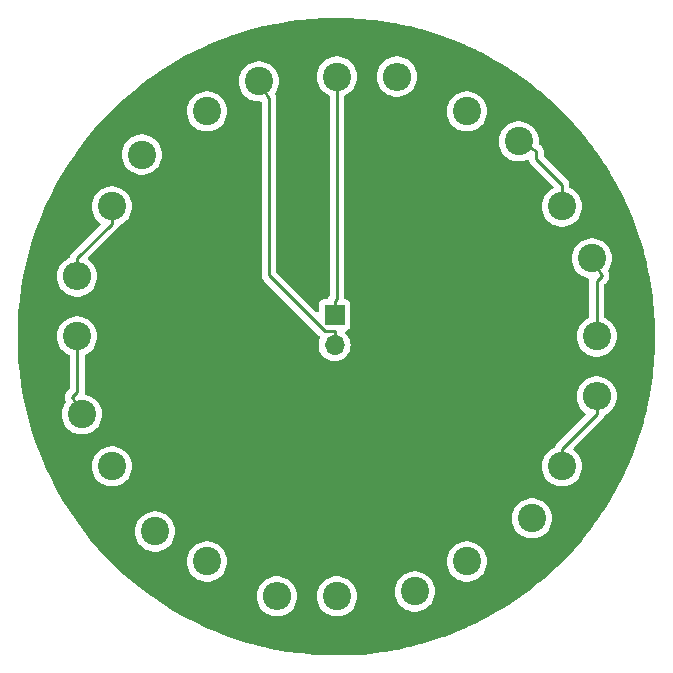
<source format=gbr>
%TF.GenerationSoftware,KiCad,Pcbnew,7.0.6*%
%TF.CreationDate,2023-07-29T18:39:12+05:30*%
%TF.ProjectId,circular_pcb_lastassignment,63697263-756c-4617-925f-7063625f6c61,rev?*%
%TF.SameCoordinates,Original*%
%TF.FileFunction,Copper,L2,Bot*%
%TF.FilePolarity,Positive*%
%FSLAX46Y46*%
G04 Gerber Fmt 4.6, Leading zero omitted, Abs format (unit mm)*
G04 Created by KiCad (PCBNEW 7.0.6) date 2023-07-29 18:39:12*
%MOMM*%
%LPD*%
G01*
G04 APERTURE LIST*
G04 Aperture macros list*
%AMHorizOval*
0 Thick line with rounded ends*
0 $1 width*
0 $2 $3 position (X,Y) of the first rounded end (center of the circle)*
0 $4 $5 position (X,Y) of the second rounded end (center of the circle)*
0 Add line between two ends*
20,1,$1,$2,$3,$4,$5,0*
0 Add two circle primitives to create the rounded ends*
1,1,$1,$2,$3*
1,1,$1,$4,$5*%
G04 Aperture macros list end*
%TA.AperFunction,ComponentPad*%
%ADD10C,2.400000*%
%TD*%
%TA.AperFunction,ComponentPad*%
%ADD11HorizOval,2.400000X0.000000X0.000000X0.000000X0.000000X0*%
%TD*%
%TA.AperFunction,ComponentPad*%
%ADD12HorizOval,2.400000X0.000000X0.000000X0.000000X0.000000X0*%
%TD*%
%TA.AperFunction,ComponentPad*%
%ADD13O,2.400000X2.400000*%
%TD*%
%TA.AperFunction,ComponentPad*%
%ADD14HorizOval,2.400000X0.000000X0.000000X0.000000X0.000000X0*%
%TD*%
%TA.AperFunction,ComponentPad*%
%ADD15HorizOval,2.400000X0.000000X0.000000X0.000000X0.000000X0*%
%TD*%
%TA.AperFunction,ComponentPad*%
%ADD16HorizOval,2.400000X0.000000X0.000000X0.000000X0.000000X0*%
%TD*%
%TA.AperFunction,ComponentPad*%
%ADD17HorizOval,2.400000X0.000000X0.000000X0.000000X0.000000X0*%
%TD*%
%TA.AperFunction,ComponentPad*%
%ADD18HorizOval,2.400000X0.000000X0.000000X0.000000X0.000000X0*%
%TD*%
%TA.AperFunction,ComponentPad*%
%ADD19HorizOval,2.400000X0.000000X0.000000X0.000000X0.000000X0*%
%TD*%
%TA.AperFunction,ComponentPad*%
%ADD20R,1.700000X1.700000*%
%TD*%
%TA.AperFunction,ComponentPad*%
%ADD21O,1.700000X1.700000*%
%TD*%
%TA.AperFunction,Conductor*%
%ADD22C,0.250000*%
%TD*%
G04 APERTURE END LIST*
D10*
%TO.P,R12,1*%
%TO.N,Net-(R11-Pad2)*%
X169897000Y-103759000D03*
D11*
%TO.P,R12,2*%
%TO.N,Net-(BT1--)*%
X174296409Y-101219000D03*
%TD*%
D10*
%TO.P,R11,1*%
%TO.N,Net-(R10-Pad2)*%
X161844400Y-111811600D03*
D12*
%TO.P,R11,2*%
%TO.N,Net-(R11-Pad2)*%
X164384400Y-107412191D03*
%TD*%
D10*
%TO.P,R10,1*%
%TO.N,Net-(R10-Pad1)*%
X158897000Y-122811600D03*
D13*
%TO.P,R10,2*%
%TO.N,Net-(R10-Pad2)*%
X158897000Y-117731600D03*
%TD*%
D10*
%TO.P,R9,1*%
%TO.N,Net-(R8-Pad2)*%
X161844400Y-133811600D03*
D14*
%TO.P,R9,2*%
%TO.N,Net-(R10-Pad1)*%
X159304400Y-129412191D03*
%TD*%
D10*
%TO.P,R8,1*%
%TO.N,Net-(R7-Pad2)*%
X169897000Y-141864100D03*
D15*
%TO.P,R8,2*%
%TO.N,Net-(R8-Pad2)*%
X165497591Y-139324100D03*
%TD*%
D10*
%TO.P,R7,1*%
%TO.N,Net-(R6-Pad2)*%
X180897000Y-144811600D03*
D13*
%TO.P,R7,2*%
%TO.N,Net-(R7-Pad2)*%
X175817000Y-144811600D03*
%TD*%
D10*
%TO.P,R6,1*%
%TO.N,Net-(R5-Pad2)*%
X191897000Y-141864100D03*
D16*
%TO.P,R6,2*%
%TO.N,Net-(R6-Pad2)*%
X187497591Y-144404100D03*
%TD*%
D10*
%TO.P,R5,1*%
%TO.N,Net-(R4-Pad2)*%
X199949600Y-133811600D03*
D17*
%TO.P,R5,2*%
%TO.N,Net-(R5-Pad2)*%
X197409600Y-138211009D03*
%TD*%
D10*
%TO.P,R4,1*%
%TO.N,Net-(R3-Pad2)*%
X202897000Y-122811600D03*
D13*
%TO.P,R4,2*%
%TO.N,Net-(R4-Pad2)*%
X202897000Y-127891600D03*
%TD*%
D10*
%TO.P,R3,1*%
%TO.N,Net-(R2-Pad2)*%
X199949600Y-111811600D03*
D18*
%TO.P,R3,2*%
%TO.N,Net-(R3-Pad2)*%
X202489600Y-116211009D03*
%TD*%
D10*
%TO.P,R2,1*%
%TO.N,Net-(R1-Pad2)*%
X191897000Y-103759000D03*
D19*
%TO.P,R2,2*%
%TO.N,Net-(R2-Pad2)*%
X196296409Y-106299000D03*
%TD*%
D10*
%TO.P,R1,1*%
%TO.N,Net-(BT1-+)*%
X180897000Y-100811600D03*
D13*
%TO.P,R1,2*%
%TO.N,Net-(R1-Pad2)*%
X185977000Y-100811600D03*
%TD*%
D20*
%TO.P,BT1,1,+*%
%TO.N,Net-(BT1-+)*%
X180691500Y-121007400D03*
D21*
%TO.P,BT1,2,-*%
%TO.N,Net-(BT1--)*%
X180691500Y-123547400D03*
%TD*%
D22*
%TO.N,Net-(R10-Pad2)*%
X161844400Y-113257300D02*
X161844400Y-111811600D01*
X158897000Y-116204700D02*
X161844400Y-113257300D01*
X158897000Y-117731600D02*
X158897000Y-116204700D01*
%TO.N,Net-(R10-Pad1)*%
X158897000Y-127502200D02*
X158897000Y-122811600D01*
X158456200Y-127943000D02*
X158897000Y-127502200D01*
X159304400Y-129412200D02*
X158456200Y-127943000D01*
%TO.N,Net-(R4-Pad2)*%
X199949600Y-132365900D02*
X199949600Y-133811600D01*
X202897000Y-129418500D02*
X199949600Y-132365900D01*
X202897000Y-127891600D02*
X202897000Y-129418500D01*
%TO.N,Net-(R3-Pad2)*%
X202897000Y-118121000D02*
X202897000Y-122811600D01*
X203337800Y-117680200D02*
X202897000Y-118121000D01*
X202489600Y-116211000D02*
X203337800Y-117680200D01*
%TO.N,Net-(R2-Pad2)*%
X199949600Y-109952200D02*
X199949600Y-111811600D01*
X197765500Y-107768100D02*
X199949600Y-109952200D01*
X197765500Y-107147300D02*
X197765500Y-107768100D01*
X197765600Y-107147200D02*
X197765500Y-107147300D01*
X196296400Y-106299000D02*
X197765600Y-107147200D01*
%TO.N,Net-(BT1--)*%
X175144600Y-117632700D02*
X175144600Y-102688200D01*
X179882400Y-122370500D02*
X175144600Y-117632700D01*
X180691500Y-122370500D02*
X179882400Y-122370500D01*
X180691500Y-123547400D02*
X180691500Y-122370500D01*
X174296400Y-101219000D02*
X175144600Y-102688200D01*
%TO.N,Net-(BT1-+)*%
X180897000Y-119625000D02*
X180897000Y-100811600D01*
X180691500Y-119830500D02*
X180897000Y-119625000D01*
X180691500Y-121007400D02*
X180691500Y-119830500D01*
%TD*%
%TA.AperFunction,NonConductor*%
G36*
X181798810Y-95846716D02*
G01*
X181910600Y-95849949D01*
X182827566Y-95902703D01*
X182945456Y-95910668D01*
X183853873Y-95997943D01*
X183977192Y-96011064D01*
X184876091Y-96132328D01*
X185004322Y-96150994D01*
X185892633Y-96305678D01*
X186025290Y-96330242D01*
X186902061Y-96517776D01*
X187038659Y-96548559D01*
X187903011Y-96768370D01*
X188042804Y-96805587D01*
X188893795Y-97057071D01*
X189036355Y-97100973D01*
X189873047Y-97383502D01*
X190017829Y-97434275D01*
X190839334Y-97747217D01*
X190935409Y-97785128D01*
X190985764Y-97804997D01*
X191791166Y-98147680D01*
X191921196Y-98204874D01*
X191938740Y-98212591D01*
X192727110Y-98584307D01*
X192823412Y-98631176D01*
X192875373Y-98656464D01*
X193242245Y-98846949D01*
X193645770Y-99056465D01*
X193747837Y-99111100D01*
X193794243Y-99135940D01*
X194533516Y-99556489D01*
X194545901Y-99563534D01*
X194694031Y-99650330D01*
X195426143Y-100104778D01*
X195495239Y-100148927D01*
X195573365Y-100198846D01*
X195661559Y-100258388D01*
X196285137Y-100679383D01*
X196378615Y-100744316D01*
X196430985Y-100780694D01*
X197121623Y-101286526D01*
X197191827Y-101339418D01*
X197265641Y-101395029D01*
X197677494Y-101721630D01*
X197934341Y-101925311D01*
X198076079Y-102040921D01*
X198722094Y-102594813D01*
X198861112Y-102717421D01*
X199483716Y-103294057D01*
X199619611Y-103423557D01*
X200218107Y-104022053D01*
X200350406Y-104158233D01*
X200924184Y-104777752D01*
X200964145Y-104822190D01*
X201052454Y-104920394D01*
X201600817Y-105559960D01*
X201724738Y-105708935D01*
X201991116Y-106044843D01*
X202192665Y-106299002D01*
X202247062Y-106367597D01*
X202366248Y-106522666D01*
X202861955Y-107199480D01*
X202881068Y-107226436D01*
X202976037Y-107360380D01*
X203042535Y-107458877D01*
X203443781Y-108053203D01*
X203444600Y-108054415D01*
X203553216Y-108220850D01*
X203994080Y-108931079D01*
X204096952Y-109102828D01*
X204509615Y-109828240D01*
X204586545Y-109968686D01*
X204606418Y-110004968D01*
X204990439Y-110744586D01*
X205080884Y-110925966D01*
X205435808Y-111678721D01*
X205519662Y-111864485D01*
X205845078Y-112629307D01*
X205922092Y-112819103D01*
X206217632Y-113594927D01*
X206287599Y-113788450D01*
X206552935Y-114574222D01*
X206615625Y-114771028D01*
X206850471Y-115565718D01*
X206905709Y-115765438D01*
X207109780Y-116567893D01*
X207157435Y-116770255D01*
X207330499Y-117579376D01*
X207370413Y-117783897D01*
X207512290Y-118598659D01*
X207544348Y-118804921D01*
X207654863Y-119624143D01*
X207678994Y-119831882D01*
X207758020Y-120654444D01*
X207774142Y-120863150D01*
X207821597Y-121687997D01*
X207829668Y-121897280D01*
X207847500Y-122828000D01*
X207829668Y-123758719D01*
X207821597Y-123968002D01*
X207774142Y-124792849D01*
X207758020Y-125001555D01*
X207678994Y-125824117D01*
X207654863Y-126031856D01*
X207544348Y-126851078D01*
X207512290Y-127057340D01*
X207370413Y-127872102D01*
X207330499Y-128076623D01*
X207157435Y-128885744D01*
X207109780Y-129088106D01*
X206905709Y-129890561D01*
X206850471Y-130090281D01*
X206615625Y-130884971D01*
X206552935Y-131081777D01*
X206287599Y-131867549D01*
X206217632Y-132061072D01*
X205922092Y-132836896D01*
X205845078Y-133026692D01*
X205519662Y-133791514D01*
X205435808Y-133977278D01*
X205080884Y-134730033D01*
X204990439Y-134911413D01*
X204606418Y-135651031D01*
X204509620Y-135827753D01*
X204096952Y-136553171D01*
X203994080Y-136724920D01*
X203553216Y-137435149D01*
X203444600Y-137601584D01*
X202976037Y-138295619D01*
X202861966Y-138456505D01*
X202366248Y-139133333D01*
X202247062Y-139288402D01*
X201724738Y-139947064D01*
X201600817Y-140096039D01*
X201052454Y-140735605D01*
X200924177Y-140878256D01*
X200350406Y-141497766D01*
X200218107Y-141633946D01*
X199619611Y-142232442D01*
X199483716Y-142361942D01*
X198861112Y-142938578D01*
X198722095Y-143061186D01*
X198076081Y-143615078D01*
X197934321Y-143730704D01*
X197265641Y-144260970D01*
X197121600Y-144369491D01*
X196430989Y-144875302D01*
X196285132Y-144976620D01*
X195573365Y-145457153D01*
X195426133Y-145551228D01*
X194694035Y-146005666D01*
X194545901Y-146092465D01*
X193794246Y-146520057D01*
X193645786Y-146599526D01*
X192875373Y-146999535D01*
X192727070Y-147071711D01*
X191938740Y-147443408D01*
X191791139Y-147508331D01*
X190985762Y-147851002D01*
X190839324Y-147908786D01*
X190017849Y-148221716D01*
X189873024Y-148272505D01*
X189036379Y-148555018D01*
X188893771Y-148598935D01*
X188042821Y-148850407D01*
X187902963Y-148887641D01*
X187038660Y-149107440D01*
X186902041Y-149138227D01*
X186025311Y-149325752D01*
X185892612Y-149350325D01*
X185004321Y-149505005D01*
X184876061Y-149523675D01*
X183977225Y-149644931D01*
X183853810Y-149658062D01*
X182945482Y-149745329D01*
X182827532Y-149753298D01*
X181910612Y-149806049D01*
X181798725Y-149809285D01*
X180874174Y-149826998D01*
X180768837Y-149825983D01*
X179837666Y-149808143D01*
X179739492Y-149803409D01*
X178802627Y-149749510D01*
X178712153Y-149741643D01*
X177770615Y-149651186D01*
X177688271Y-149640816D01*
X176743101Y-149513310D01*
X176669516Y-149501146D01*
X175721636Y-149336089D01*
X175657266Y-149322881D01*
X174707727Y-149119783D01*
X174653043Y-149106348D01*
X173702823Y-148864699D01*
X173673534Y-148856294D01*
X173658460Y-148851968D01*
X172708470Y-148571228D01*
X172674821Y-148560151D01*
X171726107Y-148239794D01*
X171703634Y-148231424D01*
X170757148Y-147870871D01*
X170746504Y-147866433D01*
X169803351Y-147465141D01*
X168867786Y-147024022D01*
X167949804Y-146547392D01*
X167050751Y-146035950D01*
X166171948Y-145490447D01*
X165314684Y-144911684D01*
X165178040Y-144811604D01*
X174111732Y-144811604D01*
X174130777Y-145065754D01*
X174148633Y-145143988D01*
X174187492Y-145314237D01*
X174280607Y-145551488D01*
X174408041Y-145772212D01*
X174566950Y-145971477D01*
X174753783Y-146144832D01*
X174964366Y-146288405D01*
X174964371Y-146288407D01*
X174964372Y-146288408D01*
X174964373Y-146288409D01*
X175086328Y-146347138D01*
X175193992Y-146398987D01*
X175193993Y-146398987D01*
X175193996Y-146398989D01*
X175437542Y-146474113D01*
X175689565Y-146512100D01*
X175944435Y-146512100D01*
X176196458Y-146474113D01*
X176440004Y-146398989D01*
X176669634Y-146288405D01*
X176880217Y-146144832D01*
X177067050Y-145971477D01*
X177225959Y-145772212D01*
X177353393Y-145551488D01*
X177446508Y-145314237D01*
X177503222Y-145065757D01*
X177522268Y-144811604D01*
X179191732Y-144811604D01*
X179210777Y-145065754D01*
X179228633Y-145143988D01*
X179267492Y-145314237D01*
X179360607Y-145551488D01*
X179488041Y-145772212D01*
X179646950Y-145971477D01*
X179833783Y-146144832D01*
X180044366Y-146288405D01*
X180044371Y-146288407D01*
X180044372Y-146288408D01*
X180044373Y-146288409D01*
X180166328Y-146347138D01*
X180273992Y-146398987D01*
X180273993Y-146398987D01*
X180273996Y-146398989D01*
X180517542Y-146474113D01*
X180769565Y-146512100D01*
X181024435Y-146512100D01*
X181276458Y-146474113D01*
X181520004Y-146398989D01*
X181749634Y-146288405D01*
X181960217Y-146144832D01*
X182147050Y-145971477D01*
X182305959Y-145772212D01*
X182433393Y-145551488D01*
X182526508Y-145314237D01*
X182583222Y-145065757D01*
X182602268Y-144811600D01*
X182583222Y-144557443D01*
X182548223Y-144404104D01*
X185792323Y-144404104D01*
X185811368Y-144658254D01*
X185846368Y-144811600D01*
X185868083Y-144906737D01*
X185961198Y-145143988D01*
X186088632Y-145364712D01*
X186247541Y-145563977D01*
X186434374Y-145737332D01*
X186644957Y-145880905D01*
X186644962Y-145880907D01*
X186644963Y-145880908D01*
X186644964Y-145880909D01*
X186766919Y-145939638D01*
X186874583Y-145991487D01*
X186874584Y-145991487D01*
X186874587Y-145991489D01*
X187118133Y-146066613D01*
X187370156Y-146104600D01*
X187625026Y-146104600D01*
X187877049Y-146066613D01*
X188120595Y-145991489D01*
X188350225Y-145880905D01*
X188560808Y-145737332D01*
X188747641Y-145563977D01*
X188906550Y-145364712D01*
X189033984Y-145143988D01*
X189127099Y-144906737D01*
X189183813Y-144658257D01*
X189202859Y-144404100D01*
X189200265Y-144369491D01*
X189183813Y-144149945D01*
X189165956Y-144071709D01*
X189127099Y-143901463D01*
X189033984Y-143664212D01*
X188906550Y-143443488D01*
X188747641Y-143244223D01*
X188560808Y-143070868D01*
X188350225Y-142927295D01*
X188350221Y-142927293D01*
X188350218Y-142927291D01*
X188350217Y-142927290D01*
X188120597Y-142816712D01*
X188120599Y-142816712D01*
X187877057Y-142741589D01*
X187877053Y-142741588D01*
X187877049Y-142741587D01*
X187755822Y-142723314D01*
X187625031Y-142703600D01*
X187625026Y-142703600D01*
X187370156Y-142703600D01*
X187370150Y-142703600D01*
X187213200Y-142727257D01*
X187118133Y-142741587D01*
X187118129Y-142741588D01*
X187118130Y-142741588D01*
X187118124Y-142741589D01*
X186874583Y-142816712D01*
X186644964Y-142927290D01*
X186644963Y-142927291D01*
X186434373Y-143070868D01*
X186247543Y-143244221D01*
X186247541Y-143244223D01*
X186088632Y-143443488D01*
X185961199Y-143664209D01*
X185868083Y-143901462D01*
X185868081Y-143901469D01*
X185811368Y-144149945D01*
X185792323Y-144404095D01*
X185792323Y-144404104D01*
X182548223Y-144404104D01*
X182526508Y-144308963D01*
X182433393Y-144071712D01*
X182305959Y-143850988D01*
X182147050Y-143651723D01*
X181960217Y-143478368D01*
X181749634Y-143334795D01*
X181749630Y-143334793D01*
X181749627Y-143334791D01*
X181749626Y-143334790D01*
X181520006Y-143224212D01*
X181520008Y-143224212D01*
X181276466Y-143149089D01*
X181276462Y-143149088D01*
X181276458Y-143149087D01*
X181155231Y-143130814D01*
X181024440Y-143111100D01*
X181024435Y-143111100D01*
X180769565Y-143111100D01*
X180769559Y-143111100D01*
X180612609Y-143134757D01*
X180517542Y-143149087D01*
X180517538Y-143149088D01*
X180517539Y-143149088D01*
X180517533Y-143149089D01*
X180273992Y-143224212D01*
X180044373Y-143334790D01*
X180044372Y-143334791D01*
X179833782Y-143478368D01*
X179646952Y-143651721D01*
X179646950Y-143651723D01*
X179488041Y-143850988D01*
X179360608Y-144071709D01*
X179267492Y-144308962D01*
X179267490Y-144308969D01*
X179210777Y-144557445D01*
X179191732Y-144811595D01*
X179191732Y-144811604D01*
X177522268Y-144811604D01*
X177522268Y-144811600D01*
X177503222Y-144557443D01*
X177446508Y-144308963D01*
X177353393Y-144071712D01*
X177225959Y-143850988D01*
X177067050Y-143651723D01*
X176880217Y-143478368D01*
X176669634Y-143334795D01*
X176669630Y-143334793D01*
X176669627Y-143334791D01*
X176669626Y-143334790D01*
X176440006Y-143224212D01*
X176440008Y-143224212D01*
X176196466Y-143149089D01*
X176196462Y-143149088D01*
X176196458Y-143149087D01*
X176075231Y-143130814D01*
X175944440Y-143111100D01*
X175944435Y-143111100D01*
X175689565Y-143111100D01*
X175689559Y-143111100D01*
X175532609Y-143134757D01*
X175437542Y-143149087D01*
X175437538Y-143149088D01*
X175437539Y-143149088D01*
X175437533Y-143149089D01*
X175193992Y-143224212D01*
X174964373Y-143334790D01*
X174964372Y-143334791D01*
X174753782Y-143478368D01*
X174566952Y-143651721D01*
X174566950Y-143651723D01*
X174408041Y-143850988D01*
X174280608Y-144071709D01*
X174187492Y-144308962D01*
X174187490Y-144308969D01*
X174130777Y-144557445D01*
X174111732Y-144811595D01*
X174111732Y-144811604D01*
X165178040Y-144811604D01*
X164480217Y-144300510D01*
X163669772Y-143657822D01*
X162884540Y-142984564D01*
X162125669Y-142281723D01*
X161708050Y-141864104D01*
X168191732Y-141864104D01*
X168210777Y-142118254D01*
X168266397Y-142361942D01*
X168267492Y-142366737D01*
X168360607Y-142603988D01*
X168488041Y-142824712D01*
X168646950Y-143023977D01*
X168833783Y-143197332D01*
X169044366Y-143340905D01*
X169044371Y-143340907D01*
X169044372Y-143340908D01*
X169044373Y-143340909D01*
X169166328Y-143399638D01*
X169273992Y-143451487D01*
X169273993Y-143451487D01*
X169273996Y-143451489D01*
X169517542Y-143526613D01*
X169769565Y-143564600D01*
X170024435Y-143564600D01*
X170276458Y-143526613D01*
X170520004Y-143451489D01*
X170749634Y-143340905D01*
X170960217Y-143197332D01*
X171147050Y-143023977D01*
X171305959Y-142824712D01*
X171433393Y-142603988D01*
X171526508Y-142366737D01*
X171583222Y-142118257D01*
X171602268Y-141864104D01*
X190191732Y-141864104D01*
X190210777Y-142118254D01*
X190266397Y-142361942D01*
X190267492Y-142366737D01*
X190360607Y-142603988D01*
X190488041Y-142824712D01*
X190646950Y-143023977D01*
X190833783Y-143197332D01*
X191044366Y-143340905D01*
X191044371Y-143340907D01*
X191044372Y-143340908D01*
X191044373Y-143340909D01*
X191166328Y-143399638D01*
X191273992Y-143451487D01*
X191273993Y-143451487D01*
X191273996Y-143451489D01*
X191517542Y-143526613D01*
X191769565Y-143564600D01*
X192024435Y-143564600D01*
X192276458Y-143526613D01*
X192520004Y-143451489D01*
X192749634Y-143340905D01*
X192960217Y-143197332D01*
X193147050Y-143023977D01*
X193305959Y-142824712D01*
X193433393Y-142603988D01*
X193526508Y-142366737D01*
X193583222Y-142118257D01*
X193602268Y-141864100D01*
X193583222Y-141609943D01*
X193526508Y-141361463D01*
X193433393Y-141124212D01*
X193305959Y-140903488D01*
X193147050Y-140704223D01*
X192960217Y-140530868D01*
X192749634Y-140387295D01*
X192749630Y-140387293D01*
X192749627Y-140387291D01*
X192749626Y-140387290D01*
X192520006Y-140276712D01*
X192520008Y-140276712D01*
X192276466Y-140201589D01*
X192276462Y-140201588D01*
X192276458Y-140201587D01*
X192155231Y-140183314D01*
X192024440Y-140163600D01*
X192024435Y-140163600D01*
X191769565Y-140163600D01*
X191769559Y-140163600D01*
X191612609Y-140187257D01*
X191517542Y-140201587D01*
X191517538Y-140201588D01*
X191517539Y-140201588D01*
X191517533Y-140201589D01*
X191273992Y-140276712D01*
X191044373Y-140387290D01*
X191044372Y-140387291D01*
X190833782Y-140530868D01*
X190646952Y-140704221D01*
X190646950Y-140704223D01*
X190488041Y-140903488D01*
X190360608Y-141124209D01*
X190267492Y-141361462D01*
X190267490Y-141361469D01*
X190210777Y-141609945D01*
X190191732Y-141864095D01*
X190191732Y-141864104D01*
X171602268Y-141864104D01*
X171602268Y-141864100D01*
X171583222Y-141609943D01*
X171526508Y-141361463D01*
X171433393Y-141124212D01*
X171305959Y-140903488D01*
X171147050Y-140704223D01*
X170960217Y-140530868D01*
X170749634Y-140387295D01*
X170749630Y-140387293D01*
X170749627Y-140387291D01*
X170749626Y-140387290D01*
X170520006Y-140276712D01*
X170520008Y-140276712D01*
X170276466Y-140201589D01*
X170276462Y-140201588D01*
X170276458Y-140201587D01*
X170155231Y-140183314D01*
X170024440Y-140163600D01*
X170024435Y-140163600D01*
X169769565Y-140163600D01*
X169769559Y-140163600D01*
X169612609Y-140187257D01*
X169517542Y-140201587D01*
X169517538Y-140201588D01*
X169517539Y-140201588D01*
X169517533Y-140201589D01*
X169273992Y-140276712D01*
X169044373Y-140387290D01*
X169044372Y-140387291D01*
X168833782Y-140530868D01*
X168646952Y-140704221D01*
X168646950Y-140704223D01*
X168488041Y-140903488D01*
X168360608Y-141124209D01*
X168267492Y-141361462D01*
X168267490Y-141361469D01*
X168210777Y-141609945D01*
X168191732Y-141864095D01*
X168191732Y-141864104D01*
X161708050Y-141864104D01*
X161394277Y-141550331D01*
X160691436Y-140791460D01*
X160018178Y-140006228D01*
X159477249Y-139324104D01*
X163792323Y-139324104D01*
X163811368Y-139578254D01*
X163861614Y-139798398D01*
X163868083Y-139826737D01*
X163961198Y-140063988D01*
X164088632Y-140284712D01*
X164247541Y-140483977D01*
X164434374Y-140657332D01*
X164644957Y-140800905D01*
X164644962Y-140800907D01*
X164644963Y-140800908D01*
X164644964Y-140800909D01*
X164766919Y-140859638D01*
X164874583Y-140911487D01*
X164874584Y-140911487D01*
X164874587Y-140911489D01*
X165118133Y-140986613D01*
X165370156Y-141024600D01*
X165625026Y-141024600D01*
X165877049Y-140986613D01*
X166120595Y-140911489D01*
X166350225Y-140800905D01*
X166560808Y-140657332D01*
X166747641Y-140483977D01*
X166906550Y-140284712D01*
X167033984Y-140063988D01*
X167127099Y-139826737D01*
X167183813Y-139578257D01*
X167202859Y-139324100D01*
X167191432Y-139171620D01*
X167183813Y-139069945D01*
X167127100Y-138821469D01*
X167127099Y-138821463D01*
X167033984Y-138584212D01*
X166906550Y-138363488D01*
X166784955Y-138211013D01*
X195704332Y-138211013D01*
X195723377Y-138465163D01*
X195750549Y-138584212D01*
X195780092Y-138713646D01*
X195873207Y-138950897D01*
X196000641Y-139171621D01*
X196159550Y-139370886D01*
X196346383Y-139544241D01*
X196556966Y-139687814D01*
X196556971Y-139687816D01*
X196556972Y-139687817D01*
X196556973Y-139687818D01*
X196678928Y-139746547D01*
X196786592Y-139798396D01*
X196786593Y-139798396D01*
X196786596Y-139798398D01*
X197030142Y-139873522D01*
X197282165Y-139911509D01*
X197537035Y-139911509D01*
X197789058Y-139873522D01*
X198032604Y-139798398D01*
X198262234Y-139687814D01*
X198472817Y-139544241D01*
X198659650Y-139370886D01*
X198818559Y-139171621D01*
X198945993Y-138950897D01*
X199039108Y-138713646D01*
X199095822Y-138465166D01*
X199114868Y-138211009D01*
X199095822Y-137956852D01*
X199039108Y-137708372D01*
X198945993Y-137471121D01*
X198818559Y-137250397D01*
X198659650Y-137051132D01*
X198472817Y-136877777D01*
X198262234Y-136734204D01*
X198262230Y-136734202D01*
X198262227Y-136734200D01*
X198262226Y-136734199D01*
X198032606Y-136623621D01*
X198032608Y-136623621D01*
X197789066Y-136548498D01*
X197789062Y-136548497D01*
X197789058Y-136548496D01*
X197667831Y-136530223D01*
X197537040Y-136510509D01*
X197537035Y-136510509D01*
X197282165Y-136510509D01*
X197282159Y-136510509D01*
X197125209Y-136534166D01*
X197030142Y-136548496D01*
X197030138Y-136548497D01*
X197030139Y-136548497D01*
X197030133Y-136548498D01*
X196786592Y-136623621D01*
X196556973Y-136734199D01*
X196556972Y-136734200D01*
X196346382Y-136877777D01*
X196159552Y-137051130D01*
X196159550Y-137051132D01*
X196000641Y-137250397D01*
X195873208Y-137471118D01*
X195780092Y-137708371D01*
X195780090Y-137708378D01*
X195723377Y-137956854D01*
X195704332Y-138211004D01*
X195704332Y-138211013D01*
X166784955Y-138211013D01*
X166747641Y-138164223D01*
X166560808Y-137990868D01*
X166350225Y-137847295D01*
X166350221Y-137847293D01*
X166350218Y-137847291D01*
X166350217Y-137847290D01*
X166120597Y-137736712D01*
X166120599Y-137736712D01*
X165877057Y-137661589D01*
X165877053Y-137661588D01*
X165877049Y-137661587D01*
X165755822Y-137643314D01*
X165625031Y-137623600D01*
X165625026Y-137623600D01*
X165370156Y-137623600D01*
X165370150Y-137623600D01*
X165213200Y-137647257D01*
X165118133Y-137661587D01*
X165118129Y-137661588D01*
X165118130Y-137661588D01*
X165118124Y-137661589D01*
X164874583Y-137736712D01*
X164644964Y-137847290D01*
X164644963Y-137847291D01*
X164434373Y-137990868D01*
X164247543Y-138164221D01*
X164247541Y-138164223D01*
X164088632Y-138363488D01*
X163961199Y-138584209D01*
X163868083Y-138821462D01*
X163868081Y-138821469D01*
X163811368Y-139069945D01*
X163792323Y-139324095D01*
X163792323Y-139324104D01*
X159477249Y-139324104D01*
X159375490Y-139195783D01*
X158764316Y-138361316D01*
X158185553Y-137504052D01*
X157640050Y-136625249D01*
X157128608Y-135726196D01*
X156651978Y-134808214D01*
X156210859Y-133872649D01*
X156184886Y-133811604D01*
X160139132Y-133811604D01*
X160158177Y-134065754D01*
X160158178Y-134065757D01*
X160214892Y-134314237D01*
X160308007Y-134551488D01*
X160435441Y-134772212D01*
X160594350Y-134971477D01*
X160781183Y-135144832D01*
X160991766Y-135288405D01*
X160991771Y-135288407D01*
X160991772Y-135288408D01*
X160991773Y-135288409D01*
X161113728Y-135347138D01*
X161221392Y-135398987D01*
X161221393Y-135398987D01*
X161221396Y-135398989D01*
X161464942Y-135474113D01*
X161716965Y-135512100D01*
X161971835Y-135512100D01*
X162223858Y-135474113D01*
X162467404Y-135398989D01*
X162697034Y-135288405D01*
X162907617Y-135144832D01*
X163094450Y-134971477D01*
X163253359Y-134772212D01*
X163380793Y-134551488D01*
X163473908Y-134314237D01*
X163530622Y-134065757D01*
X163549668Y-133811604D01*
X198244332Y-133811604D01*
X198263377Y-134065754D01*
X198263378Y-134065757D01*
X198320092Y-134314237D01*
X198413207Y-134551488D01*
X198540641Y-134772212D01*
X198699550Y-134971477D01*
X198886383Y-135144832D01*
X199096966Y-135288405D01*
X199096971Y-135288407D01*
X199096972Y-135288408D01*
X199096973Y-135288409D01*
X199218928Y-135347138D01*
X199326592Y-135398987D01*
X199326593Y-135398987D01*
X199326596Y-135398989D01*
X199570142Y-135474113D01*
X199822165Y-135512100D01*
X200077035Y-135512100D01*
X200329058Y-135474113D01*
X200572604Y-135398989D01*
X200802234Y-135288405D01*
X201012817Y-135144832D01*
X201199650Y-134971477D01*
X201358559Y-134772212D01*
X201485993Y-134551488D01*
X201579108Y-134314237D01*
X201635822Y-134065757D01*
X201654868Y-133811600D01*
X201635822Y-133557443D01*
X201579108Y-133308963D01*
X201485993Y-133071712D01*
X201358559Y-132850988D01*
X201199650Y-132651723D01*
X201012817Y-132478368D01*
X200996714Y-132467389D01*
X200963385Y-132444665D01*
X200919084Y-132390635D01*
X200911026Y-132321232D01*
X200941769Y-132258489D01*
X200945533Y-132254555D01*
X203280788Y-129919301D01*
X203293042Y-129909486D01*
X203292859Y-129909264D01*
X203298866Y-129904292D01*
X203298877Y-129904286D01*
X203329775Y-129871382D01*
X203346227Y-129853864D01*
X203356671Y-129843418D01*
X203367120Y-129832971D01*
X203371379Y-129827478D01*
X203375152Y-129823061D01*
X203407062Y-129789082D01*
X203416715Y-129771520D01*
X203427389Y-129755270D01*
X203439673Y-129739436D01*
X203458180Y-129696667D01*
X203460749Y-129691424D01*
X203474535Y-129666348D01*
X203483197Y-129650592D01*
X203488177Y-129631191D01*
X203494478Y-129612788D01*
X203502438Y-129594396D01*
X203509728Y-129548365D01*
X203510912Y-129542648D01*
X203513940Y-129530856D01*
X203549681Y-129470819D01*
X203580242Y-129449979D01*
X203749626Y-129368409D01*
X203749626Y-129368408D01*
X203749634Y-129368405D01*
X203960217Y-129224832D01*
X204147050Y-129051477D01*
X204305959Y-128852212D01*
X204433393Y-128631488D01*
X204526508Y-128394237D01*
X204583222Y-128145757D01*
X204599900Y-127923196D01*
X204602268Y-127891604D01*
X204602268Y-127891595D01*
X204583222Y-127637445D01*
X204581337Y-127629188D01*
X204526508Y-127388963D01*
X204433393Y-127151712D01*
X204305959Y-126930988D01*
X204147050Y-126731723D01*
X203960217Y-126558368D01*
X203749634Y-126414795D01*
X203749630Y-126414793D01*
X203749627Y-126414791D01*
X203749626Y-126414790D01*
X203520006Y-126304212D01*
X203520008Y-126304212D01*
X203276466Y-126229089D01*
X203276462Y-126229088D01*
X203276458Y-126229087D01*
X203155231Y-126210814D01*
X203024440Y-126191100D01*
X203024435Y-126191100D01*
X202769565Y-126191100D01*
X202769559Y-126191100D01*
X202612609Y-126214757D01*
X202517542Y-126229087D01*
X202517538Y-126229088D01*
X202517539Y-126229088D01*
X202517533Y-126229089D01*
X202273992Y-126304212D01*
X202044373Y-126414790D01*
X202044372Y-126414791D01*
X201833782Y-126558368D01*
X201646952Y-126731721D01*
X201646950Y-126731723D01*
X201488041Y-126930988D01*
X201360608Y-127151709D01*
X201267492Y-127388962D01*
X201267490Y-127388969D01*
X201210777Y-127637445D01*
X201191732Y-127891595D01*
X201191732Y-127891604D01*
X201210777Y-128145754D01*
X201241935Y-128282267D01*
X201267492Y-128394237D01*
X201360607Y-128631488D01*
X201488041Y-128852212D01*
X201646950Y-129051477D01*
X201833783Y-129224832D01*
X201931493Y-129291450D01*
X201975795Y-129345478D01*
X201983855Y-129414881D01*
X201953112Y-129477624D01*
X201949323Y-129481584D01*
X199565808Y-131865099D01*
X199553551Y-131874920D01*
X199553734Y-131875141D01*
X199547723Y-131880113D01*
X199500372Y-131930536D01*
X199479489Y-131951418D01*
X199479477Y-131951432D01*
X199475221Y-131956917D01*
X199471437Y-131961347D01*
X199439537Y-131995318D01*
X199439536Y-131995320D01*
X199429884Y-132012876D01*
X199419210Y-132029126D01*
X199406929Y-132044961D01*
X199406924Y-132044968D01*
X199388415Y-132087738D01*
X199385845Y-132092984D01*
X199363403Y-132133806D01*
X199358422Y-132153207D01*
X199352119Y-132171614D01*
X199348442Y-132180111D01*
X199303752Y-132233819D01*
X199288443Y-132242584D01*
X199096970Y-132334792D01*
X198886382Y-132478368D01*
X198699552Y-132651721D01*
X198699550Y-132651723D01*
X198540641Y-132850988D01*
X198413208Y-133071709D01*
X198320092Y-133308962D01*
X198320090Y-133308969D01*
X198263377Y-133557445D01*
X198244332Y-133811595D01*
X198244332Y-133811604D01*
X163549668Y-133811604D01*
X163549668Y-133811600D01*
X163530622Y-133557443D01*
X163473908Y-133308963D01*
X163380793Y-133071712D01*
X163253359Y-132850988D01*
X163094450Y-132651723D01*
X162907617Y-132478368D01*
X162697034Y-132334795D01*
X162697028Y-132334792D01*
X162697027Y-132334791D01*
X162697026Y-132334790D01*
X162467406Y-132224212D01*
X162467408Y-132224212D01*
X162223866Y-132149089D01*
X162223862Y-132149088D01*
X162223858Y-132149087D01*
X162102631Y-132130814D01*
X161971840Y-132111100D01*
X161971835Y-132111100D01*
X161716965Y-132111100D01*
X161716959Y-132111100D01*
X161566323Y-132133806D01*
X161464942Y-132149087D01*
X161464938Y-132149088D01*
X161464939Y-132149088D01*
X161464933Y-132149089D01*
X161221392Y-132224212D01*
X160991773Y-132334790D01*
X160991772Y-132334791D01*
X160781182Y-132478368D01*
X160594352Y-132651721D01*
X160594350Y-132651723D01*
X160435441Y-132850988D01*
X160308008Y-133071709D01*
X160214892Y-133308962D01*
X160214890Y-133308969D01*
X160158177Y-133557445D01*
X160139132Y-133811595D01*
X160139132Y-133811604D01*
X156184886Y-133811604D01*
X155805898Y-132920874D01*
X155437689Y-131954287D01*
X155106774Y-130974305D01*
X154813638Y-129982368D01*
X154558710Y-128979931D01*
X154342366Y-127968465D01*
X154164923Y-126949454D01*
X154026640Y-125924395D01*
X153927722Y-124894792D01*
X153868313Y-123862155D01*
X153848500Y-122828000D01*
X153848814Y-122811604D01*
X157191732Y-122811604D01*
X157210777Y-123065754D01*
X157266980Y-123311996D01*
X157267492Y-123314237D01*
X157360607Y-123551488D01*
X157488041Y-123772212D01*
X157646950Y-123971477D01*
X157833783Y-124144832D01*
X158044366Y-124288405D01*
X158201303Y-124363981D01*
X158253161Y-124410802D01*
X158271500Y-124475700D01*
X158271500Y-127191746D01*
X158251815Y-127258785D01*
X158235181Y-127279428D01*
X158066806Y-127447802D01*
X158047750Y-127463399D01*
X158044252Y-127465722D01*
X158044250Y-127465724D01*
X158003421Y-127511065D01*
X158001193Y-127513414D01*
X157986080Y-127528528D01*
X157986077Y-127528532D01*
X157977406Y-127539710D01*
X157974493Y-127543193D01*
X157938498Y-127583169D01*
X157932874Y-127593926D01*
X157920970Y-127612467D01*
X157913526Y-127622064D01*
X157892150Y-127671459D01*
X157890194Y-127675561D01*
X157865277Y-127723220D01*
X157865275Y-127723225D01*
X157862503Y-127735041D01*
X157855585Y-127755957D01*
X157850761Y-127767103D01*
X157842345Y-127820242D01*
X157841470Y-127824701D01*
X157829183Y-127877084D01*
X157829437Y-127889224D01*
X157827939Y-127911201D01*
X157826040Y-127923195D01*
X157826040Y-127923196D01*
X157831102Y-127976754D01*
X157831363Y-127981291D01*
X157832489Y-128035083D01*
X157832490Y-128035086D01*
X157835756Y-128046787D01*
X157839770Y-128068450D01*
X157840912Y-128080528D01*
X157840914Y-128080537D01*
X157859132Y-128131142D01*
X157860513Y-128135470D01*
X157874984Y-128187301D01*
X157874986Y-128187306D01*
X157881055Y-128197818D01*
X157890333Y-128217805D01*
X157894446Y-128229229D01*
X157924684Y-128273722D01*
X157927094Y-128277564D01*
X157928823Y-128280558D01*
X157929809Y-128282267D01*
X157946279Y-128350167D01*
X157923425Y-128416194D01*
X157919368Y-128421574D01*
X157895442Y-128451575D01*
X157768008Y-128672300D01*
X157674892Y-128909553D01*
X157674890Y-128909560D01*
X157618177Y-129158036D01*
X157599132Y-129412186D01*
X157599132Y-129412195D01*
X157618177Y-129666345D01*
X157673703Y-129909621D01*
X157674892Y-129914828D01*
X157768007Y-130152079D01*
X157895441Y-130372803D01*
X158054350Y-130572068D01*
X158241183Y-130745423D01*
X158451766Y-130888996D01*
X158451771Y-130888998D01*
X158451772Y-130888999D01*
X158451773Y-130889000D01*
X158573728Y-130947729D01*
X158681392Y-130999578D01*
X158681393Y-130999578D01*
X158681396Y-130999580D01*
X158924942Y-131074704D01*
X159176965Y-131112691D01*
X159431835Y-131112691D01*
X159683858Y-131074704D01*
X159927404Y-130999580D01*
X160157034Y-130888996D01*
X160367617Y-130745423D01*
X160554450Y-130572068D01*
X160713359Y-130372803D01*
X160840793Y-130152079D01*
X160933908Y-129914828D01*
X160990622Y-129666348D01*
X160999892Y-129542648D01*
X161009668Y-129412195D01*
X161009668Y-129412186D01*
X160990622Y-129158036D01*
X160966300Y-129051476D01*
X160933908Y-128909554D01*
X160840793Y-128672303D01*
X160713359Y-128451579D01*
X160554450Y-128252314D01*
X160367617Y-128078959D01*
X160157034Y-127935386D01*
X160157030Y-127935384D01*
X160157027Y-127935382D01*
X160157026Y-127935381D01*
X159927406Y-127824803D01*
X159927408Y-127824803D01*
X159683863Y-127749679D01*
X159683859Y-127749678D01*
X159683858Y-127749678D01*
X159646658Y-127744070D01*
X159622637Y-127740450D01*
X159559280Y-127710992D01*
X159521908Y-127651958D01*
X159521017Y-127586994D01*
X159522499Y-127581221D01*
X159522500Y-127581219D01*
X159522500Y-127561183D01*
X159524027Y-127541782D01*
X159524071Y-127541504D01*
X159527160Y-127522004D01*
X159522775Y-127475615D01*
X159522500Y-127469777D01*
X159522500Y-124475700D01*
X159542185Y-124408661D01*
X159592695Y-124363981D01*
X159749634Y-124288405D01*
X159960217Y-124144832D01*
X160147050Y-123971477D01*
X160305959Y-123772212D01*
X160433393Y-123551488D01*
X160526508Y-123314237D01*
X160583222Y-123065757D01*
X160597924Y-122869569D01*
X160602268Y-122811604D01*
X160602268Y-122811595D01*
X160583222Y-122557445D01*
X160572143Y-122508905D01*
X160526508Y-122308963D01*
X160433393Y-122071712D01*
X160305959Y-121850988D01*
X160147050Y-121651723D01*
X159960217Y-121478368D01*
X159749634Y-121334795D01*
X159749628Y-121334792D01*
X159749627Y-121334791D01*
X159749626Y-121334790D01*
X159520006Y-121224212D01*
X159520008Y-121224212D01*
X159276466Y-121149089D01*
X159276462Y-121149088D01*
X159276458Y-121149087D01*
X159155231Y-121130814D01*
X159024440Y-121111100D01*
X159024435Y-121111100D01*
X158769565Y-121111100D01*
X158769559Y-121111100D01*
X158612609Y-121134757D01*
X158517542Y-121149087D01*
X158517538Y-121149088D01*
X158517539Y-121149088D01*
X158517533Y-121149089D01*
X158273992Y-121224212D01*
X158044373Y-121334790D01*
X158044372Y-121334791D01*
X157833782Y-121478368D01*
X157646952Y-121651721D01*
X157646950Y-121651723D01*
X157488041Y-121850988D01*
X157360608Y-122071709D01*
X157267492Y-122308962D01*
X157267490Y-122308969D01*
X157210777Y-122557445D01*
X157191732Y-122811595D01*
X157191732Y-122811604D01*
X153848814Y-122811604D01*
X153868313Y-121793845D01*
X153927722Y-120761208D01*
X154026640Y-119731605D01*
X154164923Y-118706546D01*
X154334692Y-117731604D01*
X157191732Y-117731604D01*
X157210777Y-117985754D01*
X157254062Y-118175400D01*
X157267492Y-118234237D01*
X157360607Y-118471488D01*
X157488041Y-118692212D01*
X157646950Y-118891477D01*
X157833783Y-119064832D01*
X158044366Y-119208405D01*
X158044371Y-119208407D01*
X158044372Y-119208408D01*
X158044373Y-119208409D01*
X158166328Y-119267138D01*
X158273992Y-119318987D01*
X158273993Y-119318987D01*
X158273996Y-119318989D01*
X158517542Y-119394113D01*
X158769565Y-119432100D01*
X159024435Y-119432100D01*
X159276458Y-119394113D01*
X159520004Y-119318989D01*
X159749634Y-119208405D01*
X159960217Y-119064832D01*
X160147050Y-118891477D01*
X160305959Y-118692212D01*
X160433393Y-118471488D01*
X160526508Y-118234237D01*
X160583222Y-117985757D01*
X160597262Y-117798398D01*
X160602268Y-117731604D01*
X160602268Y-117731595D01*
X160583222Y-117477445D01*
X160573738Y-117435895D01*
X160526508Y-117228963D01*
X160433393Y-116991712D01*
X160305959Y-116770988D01*
X160147050Y-116571723D01*
X159960217Y-116398368D01*
X159862502Y-116331747D01*
X159818202Y-116277720D01*
X159810143Y-116208316D01*
X159840886Y-116145574D01*
X159844652Y-116141637D01*
X162228188Y-113758101D01*
X162240442Y-113748286D01*
X162240259Y-113748064D01*
X162246266Y-113743092D01*
X162246277Y-113743086D01*
X162277175Y-113710182D01*
X162293627Y-113692664D01*
X162304071Y-113682218D01*
X162314520Y-113671771D01*
X162318779Y-113666278D01*
X162322552Y-113661861D01*
X162354462Y-113627882D01*
X162364115Y-113610320D01*
X162374789Y-113594070D01*
X162387073Y-113578236D01*
X162405580Y-113535467D01*
X162408149Y-113530224D01*
X162430596Y-113489393D01*
X162430597Y-113489392D01*
X162435577Y-113469991D01*
X162441878Y-113451588D01*
X162445560Y-113443080D01*
X162490253Y-113389377D01*
X162505551Y-113380618D01*
X162697034Y-113288405D01*
X162907617Y-113144832D01*
X163094450Y-112971477D01*
X163253359Y-112772212D01*
X163380793Y-112551488D01*
X163473908Y-112314237D01*
X163530622Y-112065757D01*
X163549668Y-111811600D01*
X163530622Y-111557443D01*
X163473908Y-111308963D01*
X163380793Y-111071712D01*
X163253359Y-110850988D01*
X163094450Y-110651723D01*
X162907617Y-110478368D01*
X162697034Y-110334795D01*
X162697028Y-110334792D01*
X162697027Y-110334791D01*
X162697026Y-110334790D01*
X162467406Y-110224212D01*
X162467408Y-110224212D01*
X162223866Y-110149089D01*
X162223862Y-110149088D01*
X162223858Y-110149087D01*
X162102631Y-110130814D01*
X161971840Y-110111100D01*
X161971835Y-110111100D01*
X161716965Y-110111100D01*
X161716959Y-110111100D01*
X161560009Y-110134757D01*
X161464942Y-110149087D01*
X161464938Y-110149088D01*
X161464939Y-110149088D01*
X161464933Y-110149089D01*
X161221392Y-110224212D01*
X160991773Y-110334790D01*
X160991772Y-110334791D01*
X160781182Y-110478368D01*
X160594352Y-110651721D01*
X160594350Y-110651723D01*
X160435441Y-110850988D01*
X160308008Y-111071709D01*
X160214892Y-111308962D01*
X160214890Y-111308969D01*
X160158177Y-111557445D01*
X160139132Y-111811595D01*
X160139132Y-111811604D01*
X160158177Y-112065754D01*
X160158178Y-112065757D01*
X160214892Y-112314237D01*
X160308007Y-112551488D01*
X160435441Y-112772212D01*
X160594350Y-112971477D01*
X160781183Y-113144832D01*
X160781185Y-113144833D01*
X160781187Y-113144835D01*
X160830612Y-113178533D01*
X160874914Y-113232562D01*
X160882972Y-113301965D01*
X160852229Y-113364708D01*
X160848441Y-113368667D01*
X158513208Y-115703899D01*
X158500951Y-115713720D01*
X158501134Y-115713941D01*
X158495123Y-115718913D01*
X158447772Y-115769336D01*
X158426889Y-115790219D01*
X158426877Y-115790232D01*
X158422621Y-115795717D01*
X158418837Y-115800147D01*
X158386937Y-115834118D01*
X158386936Y-115834120D01*
X158377284Y-115851676D01*
X158366610Y-115867926D01*
X158354329Y-115883761D01*
X158354324Y-115883768D01*
X158335815Y-115926538D01*
X158333245Y-115931784D01*
X158310803Y-115972606D01*
X158305822Y-115992007D01*
X158299521Y-116010410D01*
X158291562Y-116028802D01*
X158291561Y-116028805D01*
X158284271Y-116074827D01*
X158283086Y-116080546D01*
X158280060Y-116092334D01*
X158244324Y-116152373D01*
X158213757Y-116173220D01*
X158044370Y-116254792D01*
X157833782Y-116398368D01*
X157646952Y-116571721D01*
X157646950Y-116571723D01*
X157488041Y-116770988D01*
X157360608Y-116991709D01*
X157267492Y-117228962D01*
X157267490Y-117228969D01*
X157210777Y-117477445D01*
X157191732Y-117731595D01*
X157191732Y-117731604D01*
X154334692Y-117731604D01*
X154342366Y-117687535D01*
X154558710Y-116676069D01*
X154813638Y-115673632D01*
X155106774Y-114681695D01*
X155437689Y-113701713D01*
X155805898Y-112735126D01*
X156210859Y-111783351D01*
X156651978Y-110847786D01*
X157128608Y-109929804D01*
X157640050Y-109030751D01*
X158185553Y-108151948D01*
X158684981Y-107412195D01*
X162679132Y-107412195D01*
X162698177Y-107666345D01*
X162754890Y-107914821D01*
X162754892Y-107914828D01*
X162848008Y-108152081D01*
X162866134Y-108183476D01*
X162975441Y-108372803D01*
X163134350Y-108572068D01*
X163321183Y-108745423D01*
X163531766Y-108888996D01*
X163531771Y-108888998D01*
X163531772Y-108888999D01*
X163531773Y-108889000D01*
X163619152Y-108931079D01*
X163761392Y-108999578D01*
X163761393Y-108999578D01*
X163761396Y-108999580D01*
X164004942Y-109074704D01*
X164256965Y-109112691D01*
X164511835Y-109112691D01*
X164763858Y-109074704D01*
X165007404Y-108999580D01*
X165237034Y-108888996D01*
X165447617Y-108745423D01*
X165634450Y-108572068D01*
X165793359Y-108372803D01*
X165920793Y-108152079D01*
X166013908Y-107914828D01*
X166070622Y-107666348D01*
X166082413Y-107509009D01*
X166089668Y-107412195D01*
X166089668Y-107412186D01*
X166073728Y-107199480D01*
X166070622Y-107158034D01*
X166013908Y-106909554D01*
X165920793Y-106672303D01*
X165793359Y-106451579D01*
X165634450Y-106252314D01*
X165447617Y-106078959D01*
X165237034Y-105935386D01*
X165237030Y-105935384D01*
X165237027Y-105935382D01*
X165237026Y-105935381D01*
X165007406Y-105824803D01*
X165007408Y-105824803D01*
X164763866Y-105749680D01*
X164763862Y-105749679D01*
X164763858Y-105749678D01*
X164642631Y-105731405D01*
X164511840Y-105711691D01*
X164511835Y-105711691D01*
X164256965Y-105711691D01*
X164256959Y-105711691D01*
X164100009Y-105735348D01*
X164004942Y-105749678D01*
X164004938Y-105749679D01*
X164004939Y-105749679D01*
X164004933Y-105749680D01*
X163761392Y-105824803D01*
X163531773Y-105935381D01*
X163531772Y-105935382D01*
X163321182Y-106078959D01*
X163134352Y-106252312D01*
X163134350Y-106252314D01*
X162975441Y-106451579D01*
X162848008Y-106672300D01*
X162754892Y-106909553D01*
X162754890Y-106909560D01*
X162698177Y-107158036D01*
X162679132Y-107412186D01*
X162679132Y-107412195D01*
X158684981Y-107412195D01*
X158764316Y-107294684D01*
X159375490Y-106460217D01*
X160018178Y-105649772D01*
X160691436Y-104864540D01*
X161394277Y-104105669D01*
X161740942Y-103759004D01*
X168191732Y-103759004D01*
X168210777Y-104013154D01*
X168243890Y-104158233D01*
X168267492Y-104261637D01*
X168360607Y-104498888D01*
X168488041Y-104719612D01*
X168646950Y-104918877D01*
X168833783Y-105092232D01*
X169044366Y-105235805D01*
X169044371Y-105235807D01*
X169044372Y-105235808D01*
X169044373Y-105235809D01*
X169166328Y-105294538D01*
X169273992Y-105346387D01*
X169273993Y-105346387D01*
X169273996Y-105346389D01*
X169517542Y-105421513D01*
X169769565Y-105459500D01*
X170024435Y-105459500D01*
X170276458Y-105421513D01*
X170520004Y-105346389D01*
X170749634Y-105235805D01*
X170960217Y-105092232D01*
X171147050Y-104918877D01*
X171305959Y-104719612D01*
X171433393Y-104498888D01*
X171526508Y-104261637D01*
X171583222Y-104013157D01*
X171602268Y-103759000D01*
X171583222Y-103504843D01*
X171526508Y-103256363D01*
X171433393Y-103019112D01*
X171305959Y-102798388D01*
X171147050Y-102599123D01*
X170960217Y-102425768D01*
X170749634Y-102282195D01*
X170749630Y-102282193D01*
X170749627Y-102282191D01*
X170749626Y-102282190D01*
X170520006Y-102171612D01*
X170520008Y-102171612D01*
X170276466Y-102096489D01*
X170276462Y-102096488D01*
X170276458Y-102096487D01*
X170155231Y-102078214D01*
X170024440Y-102058500D01*
X170024435Y-102058500D01*
X169769565Y-102058500D01*
X169769559Y-102058500D01*
X169612609Y-102082157D01*
X169517542Y-102096487D01*
X169517538Y-102096488D01*
X169517539Y-102096488D01*
X169517533Y-102096489D01*
X169273992Y-102171612D01*
X169044373Y-102282190D01*
X169044372Y-102282191D01*
X168833782Y-102425768D01*
X168646952Y-102599121D01*
X168646950Y-102599123D01*
X168488041Y-102798388D01*
X168360608Y-103019109D01*
X168267492Y-103256362D01*
X168267490Y-103256369D01*
X168210777Y-103504845D01*
X168191732Y-103758995D01*
X168191732Y-103759004D01*
X161740942Y-103759004D01*
X162125669Y-103374277D01*
X162884540Y-102671436D01*
X163669772Y-101998178D01*
X164480217Y-101355490D01*
X164666568Y-101219004D01*
X172591141Y-101219004D01*
X172610186Y-101473154D01*
X172628065Y-101551488D01*
X172666901Y-101721637D01*
X172760016Y-101958888D01*
X172887450Y-102179612D01*
X173046359Y-102378877D01*
X173233192Y-102552232D01*
X173443775Y-102695805D01*
X173443780Y-102695807D01*
X173443781Y-102695808D01*
X173443782Y-102695809D01*
X173564859Y-102754116D01*
X173673401Y-102806387D01*
X173673402Y-102806387D01*
X173673405Y-102806389D01*
X173916951Y-102881513D01*
X174168974Y-102919500D01*
X174395100Y-102919500D01*
X174462139Y-102939185D01*
X174507894Y-102991989D01*
X174519100Y-103043500D01*
X174519100Y-117549955D01*
X174517375Y-117565572D01*
X174517661Y-117565599D01*
X174516926Y-117573365D01*
X174519100Y-117642514D01*
X174519100Y-117672043D01*
X174519101Y-117672060D01*
X174519968Y-117678931D01*
X174520426Y-117684750D01*
X174521890Y-117731324D01*
X174521891Y-117731327D01*
X174527480Y-117750567D01*
X174531424Y-117769611D01*
X174533936Y-117789492D01*
X174539268Y-117802959D01*
X174551090Y-117832819D01*
X174552982Y-117838347D01*
X174563201Y-117873521D01*
X174565982Y-117883090D01*
X174568987Y-117888172D01*
X174576180Y-117900334D01*
X174584738Y-117917803D01*
X174592114Y-117936432D01*
X174619498Y-117974123D01*
X174622706Y-117979007D01*
X174646427Y-118019116D01*
X174646433Y-118019124D01*
X174660590Y-118033280D01*
X174673227Y-118048075D01*
X174685006Y-118064287D01*
X174705710Y-118081415D01*
X174720909Y-118093988D01*
X174725220Y-118097910D01*
X178279030Y-121651721D01*
X179381597Y-122754288D01*
X179391422Y-122766551D01*
X179391643Y-122766369D01*
X179396614Y-122772378D01*
X179421824Y-122796051D01*
X179447035Y-122819726D01*
X179449523Y-122822214D01*
X179483008Y-122883537D01*
X179478024Y-122953229D01*
X179474224Y-122962300D01*
X179417598Y-123083735D01*
X179417594Y-123083744D01*
X179356438Y-123311986D01*
X179356436Y-123311996D01*
X179335841Y-123547399D01*
X179335841Y-123547400D01*
X179356436Y-123782803D01*
X179356438Y-123782813D01*
X179417594Y-124011055D01*
X179417596Y-124011059D01*
X179417597Y-124011063D01*
X179479974Y-124144831D01*
X179517465Y-124225230D01*
X179517467Y-124225234D01*
X179561703Y-124288409D01*
X179653005Y-124418801D01*
X179820099Y-124585895D01*
X179916884Y-124653665D01*
X180013665Y-124721432D01*
X180013667Y-124721433D01*
X180013670Y-124721435D01*
X180227837Y-124821303D01*
X180456092Y-124882463D01*
X180644418Y-124898939D01*
X180691499Y-124903059D01*
X180691500Y-124903059D01*
X180691501Y-124903059D01*
X180730734Y-124899626D01*
X180926908Y-124882463D01*
X181155163Y-124821303D01*
X181369330Y-124721435D01*
X181562901Y-124585895D01*
X181729995Y-124418801D01*
X181865535Y-124225230D01*
X181965403Y-124011063D01*
X182026563Y-123782808D01*
X182047159Y-123547400D01*
X182026563Y-123311992D01*
X181965403Y-123083737D01*
X181865535Y-122869571D01*
X181845263Y-122840620D01*
X181729996Y-122676000D01*
X181729995Y-122675999D01*
X181608067Y-122554071D01*
X181574584Y-122492751D01*
X181579568Y-122423059D01*
X181621439Y-122367125D01*
X181652415Y-122350210D01*
X181783831Y-122301196D01*
X181899046Y-122214946D01*
X181985296Y-122099731D01*
X182035591Y-121964883D01*
X182042000Y-121905273D01*
X182041999Y-120109528D01*
X182035591Y-120049917D01*
X181985296Y-119915069D01*
X181985295Y-119915068D01*
X181985293Y-119915064D01*
X181899047Y-119799855D01*
X181899044Y-119799852D01*
X181783835Y-119713606D01*
X181783828Y-119713602D01*
X181648983Y-119663309D01*
X181633241Y-119661616D01*
X181568691Y-119634876D01*
X181528844Y-119577482D01*
X181522500Y-119538327D01*
X181522500Y-116211013D01*
X200784332Y-116211013D01*
X200803377Y-116465163D01*
X200851205Y-116674712D01*
X200860092Y-116713646D01*
X200953207Y-116950897D01*
X201080641Y-117171621D01*
X201239550Y-117370886D01*
X201426383Y-117544241D01*
X201636966Y-117687814D01*
X201636971Y-117687816D01*
X201636972Y-117687817D01*
X201636973Y-117687818D01*
X201727897Y-117731604D01*
X201866592Y-117798396D01*
X201866593Y-117798396D01*
X201866596Y-117798398D01*
X202110142Y-117873522D01*
X202110147Y-117873522D01*
X202110148Y-117873523D01*
X202171359Y-117882749D01*
X202234716Y-117912205D01*
X202272091Y-117971238D01*
X202272984Y-118036199D01*
X202271500Y-118041976D01*
X202271500Y-118062016D01*
X202269973Y-118081415D01*
X202267359Y-118097921D01*
X202266840Y-118101196D01*
X202270831Y-118143415D01*
X202271225Y-118147583D01*
X202271500Y-118153421D01*
X202271500Y-121147498D01*
X202251815Y-121214537D01*
X202201302Y-121259218D01*
X202044370Y-121334792D01*
X201833782Y-121478368D01*
X201646952Y-121651721D01*
X201646950Y-121651723D01*
X201488041Y-121850988D01*
X201360608Y-122071709D01*
X201267492Y-122308962D01*
X201267490Y-122308969D01*
X201210777Y-122557445D01*
X201191732Y-122811595D01*
X201191732Y-122811604D01*
X201210777Y-123065754D01*
X201266980Y-123311996D01*
X201267492Y-123314237D01*
X201360607Y-123551488D01*
X201488041Y-123772212D01*
X201646950Y-123971477D01*
X201833783Y-124144832D01*
X202044366Y-124288405D01*
X202044371Y-124288407D01*
X202044372Y-124288408D01*
X202044373Y-124288409D01*
X202166328Y-124347138D01*
X202273992Y-124398987D01*
X202273993Y-124398987D01*
X202273996Y-124398989D01*
X202517542Y-124474113D01*
X202769565Y-124512100D01*
X203024435Y-124512100D01*
X203276458Y-124474113D01*
X203520004Y-124398989D01*
X203749634Y-124288405D01*
X203960217Y-124144832D01*
X204147050Y-123971477D01*
X204305959Y-123772212D01*
X204433393Y-123551488D01*
X204526508Y-123314237D01*
X204583222Y-123065757D01*
X204597924Y-122869569D01*
X204602268Y-122811604D01*
X204602268Y-122811595D01*
X204583222Y-122557445D01*
X204572143Y-122508905D01*
X204526508Y-122308963D01*
X204433393Y-122071712D01*
X204305959Y-121850988D01*
X204147050Y-121651723D01*
X203960217Y-121478368D01*
X203749634Y-121334795D01*
X203749631Y-121334794D01*
X203749629Y-121334792D01*
X203592698Y-121259218D01*
X203540839Y-121212395D01*
X203522500Y-121147498D01*
X203522500Y-118431451D01*
X203542185Y-118364412D01*
X203558814Y-118343775D01*
X203727194Y-118175395D01*
X203746249Y-118159799D01*
X203749752Y-118157473D01*
X203790606Y-118112100D01*
X203792807Y-118109783D01*
X203807920Y-118094671D01*
X203816594Y-118083486D01*
X203819472Y-118080043D01*
X203855503Y-118040030D01*
X203861123Y-118029277D01*
X203873037Y-118010721D01*
X203880473Y-118001136D01*
X203901844Y-117951748D01*
X203903780Y-117947688D01*
X203928724Y-117899978D01*
X203931494Y-117888163D01*
X203938418Y-117867229D01*
X203943237Y-117856096D01*
X203951655Y-117802943D01*
X203952523Y-117798515D01*
X203964816Y-117746117D01*
X203964561Y-117733977D01*
X203966061Y-117711987D01*
X203967960Y-117700004D01*
X203962894Y-117646420D01*
X203962635Y-117641901D01*
X203961510Y-117588115D01*
X203961510Y-117588113D01*
X203958244Y-117576415D01*
X203954228Y-117554740D01*
X203953236Y-117544241D01*
X203953087Y-117542667D01*
X203934854Y-117492025D01*
X203933489Y-117487746D01*
X203919014Y-117435896D01*
X203912945Y-117425383D01*
X203903664Y-117405389D01*
X203899553Y-117393970D01*
X203899551Y-117393967D01*
X203883864Y-117370886D01*
X203869304Y-117349461D01*
X203866896Y-117345621D01*
X203864182Y-117340919D01*
X203847720Y-117273016D01*
X203870583Y-117206993D01*
X203874613Y-117201646D01*
X203898559Y-117171621D01*
X204025993Y-116950897D01*
X204119108Y-116713646D01*
X204175822Y-116465166D01*
X204194868Y-116211009D01*
X204194666Y-116208316D01*
X204181214Y-116028802D01*
X204175822Y-115956852D01*
X204119108Y-115708372D01*
X204025993Y-115471121D01*
X203898559Y-115250397D01*
X203739650Y-115051132D01*
X203552817Y-114877777D01*
X203342234Y-114734204D01*
X203342230Y-114734202D01*
X203342227Y-114734200D01*
X203342226Y-114734199D01*
X203112606Y-114623621D01*
X203112608Y-114623621D01*
X202869066Y-114548498D01*
X202869062Y-114548497D01*
X202869058Y-114548496D01*
X202747831Y-114530223D01*
X202617040Y-114510509D01*
X202617035Y-114510509D01*
X202362165Y-114510509D01*
X202362159Y-114510509D01*
X202205209Y-114534166D01*
X202110142Y-114548496D01*
X202110138Y-114548497D01*
X202110139Y-114548497D01*
X202110133Y-114548498D01*
X201866592Y-114623621D01*
X201636973Y-114734199D01*
X201636972Y-114734200D01*
X201426382Y-114877777D01*
X201239552Y-115051130D01*
X201239550Y-115051132D01*
X201080641Y-115250397D01*
X200953208Y-115471118D01*
X200860092Y-115708371D01*
X200860090Y-115708378D01*
X200803377Y-115956854D01*
X200784332Y-116211004D01*
X200784332Y-116211013D01*
X181522500Y-116211013D01*
X181522500Y-106299004D01*
X194591141Y-106299004D01*
X194610186Y-106553154D01*
X194651401Y-106733730D01*
X194666901Y-106801637D01*
X194750186Y-107013843D01*
X194760017Y-107038890D01*
X194761838Y-107042044D01*
X194887450Y-107259612D01*
X195046359Y-107458877D01*
X195233192Y-107632232D01*
X195443775Y-107775805D01*
X195443780Y-107775807D01*
X195443781Y-107775808D01*
X195443782Y-107775809D01*
X195565737Y-107834538D01*
X195673401Y-107886387D01*
X195673402Y-107886387D01*
X195673405Y-107886389D01*
X195916951Y-107961513D01*
X196168974Y-107999500D01*
X196423844Y-107999500D01*
X196675867Y-107961513D01*
X196919413Y-107886389D01*
X196984287Y-107855146D01*
X197053227Y-107843793D01*
X197117362Y-107871515D01*
X197153382Y-107921220D01*
X197171989Y-107968218D01*
X197173882Y-107973746D01*
X197186881Y-108018488D01*
X197197080Y-108035734D01*
X197205638Y-108053203D01*
X197213014Y-108071832D01*
X197240398Y-108109523D01*
X197243606Y-108114407D01*
X197267327Y-108154516D01*
X197267333Y-108154524D01*
X197281490Y-108168680D01*
X197294128Y-108183476D01*
X197305905Y-108199686D01*
X197305906Y-108199687D01*
X197341809Y-108229388D01*
X197346120Y-108233310D01*
X198599786Y-109486976D01*
X199210057Y-110097247D01*
X199243542Y-110158570D01*
X199238558Y-110228262D01*
X199196686Y-110284195D01*
X199176178Y-110296648D01*
X199096970Y-110334792D01*
X198886382Y-110478368D01*
X198699552Y-110651721D01*
X198699550Y-110651723D01*
X198540641Y-110850988D01*
X198413208Y-111071709D01*
X198320092Y-111308962D01*
X198320090Y-111308969D01*
X198263377Y-111557445D01*
X198244332Y-111811595D01*
X198244332Y-111811604D01*
X198263377Y-112065754D01*
X198263378Y-112065757D01*
X198320092Y-112314237D01*
X198413207Y-112551488D01*
X198540641Y-112772212D01*
X198699550Y-112971477D01*
X198886383Y-113144832D01*
X199096966Y-113288405D01*
X199096971Y-113288407D01*
X199096972Y-113288408D01*
X199096973Y-113288409D01*
X199218928Y-113347138D01*
X199326592Y-113398987D01*
X199326593Y-113398987D01*
X199326596Y-113398989D01*
X199570142Y-113474113D01*
X199822165Y-113512100D01*
X200077035Y-113512100D01*
X200329058Y-113474113D01*
X200572604Y-113398989D01*
X200754058Y-113311605D01*
X200802226Y-113288409D01*
X200802226Y-113288408D01*
X200802234Y-113288405D01*
X201012817Y-113144832D01*
X201199650Y-112971477D01*
X201358559Y-112772212D01*
X201485993Y-112551488D01*
X201579108Y-112314237D01*
X201635822Y-112065757D01*
X201654868Y-111811600D01*
X201635822Y-111557443D01*
X201579108Y-111308963D01*
X201485993Y-111071712D01*
X201358559Y-110850988D01*
X201199650Y-110651723D01*
X201012817Y-110478368D01*
X200802234Y-110334795D01*
X200802231Y-110334794D01*
X200802229Y-110334792D01*
X200645298Y-110259218D01*
X200593439Y-110212395D01*
X200575100Y-110147499D01*
X200575100Y-110097247D01*
X200575100Y-110034933D01*
X200576825Y-110019323D01*
X200576539Y-110019296D01*
X200577271Y-110011540D01*
X200577273Y-110011533D01*
X200575100Y-109942385D01*
X200575100Y-109912850D01*
X200574231Y-109905972D01*
X200573772Y-109900143D01*
X200572309Y-109853572D01*
X200566722Y-109834344D01*
X200562774Y-109815284D01*
X200560263Y-109795404D01*
X200543112Y-109752087D01*
X200541219Y-109746558D01*
X200528218Y-109701809D01*
X200528216Y-109701806D01*
X200518023Y-109684571D01*
X200509461Y-109667094D01*
X200502087Y-109648470D01*
X200502086Y-109648468D01*
X200474679Y-109610745D01*
X200471488Y-109605886D01*
X200447772Y-109565783D01*
X200447765Y-109565774D01*
X200433606Y-109551615D01*
X200420968Y-109536819D01*
X200409194Y-109520613D01*
X200373288Y-109490909D01*
X200368976Y-109486986D01*
X198427319Y-107545328D01*
X198393834Y-107484005D01*
X198391000Y-107457647D01*
X198391000Y-107226436D01*
X198393710Y-107200655D01*
X198393860Y-107199948D01*
X198393860Y-107199947D01*
X198393861Y-107199943D01*
X198393685Y-107195750D01*
X198395104Y-107171148D01*
X198395760Y-107167007D01*
X198395760Y-107167006D01*
X198391275Y-107119557D01*
X198391000Y-107113719D01*
X198391000Y-107107954D01*
X198390999Y-107107943D01*
X198389833Y-107098714D01*
X198389399Y-107093539D01*
X198389099Y-107086394D01*
X198387240Y-107042044D01*
X198386026Y-107038023D01*
X198381282Y-107013850D01*
X198380887Y-107009667D01*
X198380885Y-107009662D01*
X198379184Y-107002050D01*
X198379411Y-107001999D01*
X198378444Y-106997972D01*
X198378103Y-106998060D01*
X198376165Y-106990511D01*
X198358229Y-106945210D01*
X198356521Y-106940305D01*
X198341559Y-106890753D01*
X198341558Y-106890751D01*
X198339382Y-106887158D01*
X198328774Y-106864917D01*
X198327354Y-106860973D01*
X198327354Y-106860972D01*
X198327351Y-106860969D01*
X198323812Y-106854021D01*
X198324008Y-106853920D01*
X198322057Y-106850235D01*
X198321746Y-106850407D01*
X198317986Y-106843568D01*
X198289443Y-106804282D01*
X198286569Y-106799956D01*
X198259687Y-106755572D01*
X198256686Y-106752634D01*
X198240879Y-106733730D01*
X198238523Y-106730263D01*
X198233363Y-106724410D01*
X198233524Y-106724267D01*
X198230695Y-106721158D01*
X198230436Y-106721402D01*
X198225093Y-106715712D01*
X198187715Y-106684791D01*
X198183855Y-106681315D01*
X198146774Y-106645003D01*
X198143124Y-106642896D01*
X198123124Y-106628523D01*
X198119982Y-106625753D01*
X198113532Y-106621370D01*
X198113652Y-106621193D01*
X198110097Y-106618858D01*
X198109909Y-106619155D01*
X198103327Y-106614978D01*
X198059380Y-106594298D01*
X198054779Y-106591892D01*
X198050319Y-106589317D01*
X198002101Y-106538752D01*
X197988662Y-106472663D01*
X198001677Y-106299000D01*
X197998178Y-106252314D01*
X197982631Y-106044845D01*
X197925918Y-105796369D01*
X197925917Y-105796363D01*
X197832802Y-105559112D01*
X197705368Y-105338388D01*
X197546459Y-105139123D01*
X197359626Y-104965768D01*
X197149043Y-104822195D01*
X197149039Y-104822193D01*
X197149036Y-104822191D01*
X197149035Y-104822190D01*
X196919415Y-104711612D01*
X196919417Y-104711612D01*
X196675875Y-104636489D01*
X196675871Y-104636488D01*
X196675867Y-104636487D01*
X196554640Y-104618214D01*
X196423849Y-104598500D01*
X196423844Y-104598500D01*
X196168974Y-104598500D01*
X196168968Y-104598500D01*
X196012018Y-104622157D01*
X195916951Y-104636487D01*
X195916947Y-104636488D01*
X195916948Y-104636488D01*
X195916942Y-104636489D01*
X195673401Y-104711612D01*
X195443782Y-104822190D01*
X195443781Y-104822191D01*
X195233191Y-104965768D01*
X195046361Y-105139121D01*
X195046359Y-105139123D01*
X194887450Y-105338388D01*
X194760017Y-105559109D01*
X194666901Y-105796362D01*
X194666899Y-105796369D01*
X194610186Y-106044845D01*
X194591141Y-106298995D01*
X194591141Y-106299004D01*
X181522500Y-106299004D01*
X181522500Y-103759004D01*
X190191732Y-103759004D01*
X190210777Y-104013154D01*
X190243890Y-104158233D01*
X190267492Y-104261637D01*
X190360607Y-104498888D01*
X190488041Y-104719612D01*
X190646950Y-104918877D01*
X190833783Y-105092232D01*
X191044366Y-105235805D01*
X191044371Y-105235807D01*
X191044372Y-105235808D01*
X191044373Y-105235809D01*
X191166328Y-105294538D01*
X191273992Y-105346387D01*
X191273993Y-105346387D01*
X191273996Y-105346389D01*
X191517542Y-105421513D01*
X191769565Y-105459500D01*
X192024435Y-105459500D01*
X192276458Y-105421513D01*
X192520004Y-105346389D01*
X192749634Y-105235805D01*
X192960217Y-105092232D01*
X193147050Y-104918877D01*
X193305959Y-104719612D01*
X193433393Y-104498888D01*
X193526508Y-104261637D01*
X193583222Y-104013157D01*
X193602268Y-103759000D01*
X193583222Y-103504843D01*
X193526508Y-103256363D01*
X193433393Y-103019112D01*
X193305959Y-102798388D01*
X193147050Y-102599123D01*
X192960217Y-102425768D01*
X192749634Y-102282195D01*
X192749630Y-102282193D01*
X192749627Y-102282191D01*
X192749626Y-102282190D01*
X192520006Y-102171612D01*
X192520008Y-102171612D01*
X192276466Y-102096489D01*
X192276462Y-102096488D01*
X192276458Y-102096487D01*
X192155231Y-102078214D01*
X192024440Y-102058500D01*
X192024435Y-102058500D01*
X191769565Y-102058500D01*
X191769559Y-102058500D01*
X191612609Y-102082157D01*
X191517542Y-102096487D01*
X191517538Y-102096488D01*
X191517539Y-102096488D01*
X191517533Y-102096489D01*
X191273992Y-102171612D01*
X191044373Y-102282190D01*
X191044372Y-102282191D01*
X190833782Y-102425768D01*
X190646952Y-102599121D01*
X190646950Y-102599123D01*
X190488041Y-102798388D01*
X190360608Y-103019109D01*
X190267492Y-103256362D01*
X190267490Y-103256369D01*
X190210777Y-103504845D01*
X190191732Y-103758995D01*
X190191732Y-103759004D01*
X181522500Y-103759004D01*
X181522500Y-102475700D01*
X181542185Y-102408661D01*
X181592695Y-102363981D01*
X181749634Y-102288405D01*
X181960217Y-102144832D01*
X182147050Y-101971477D01*
X182305959Y-101772212D01*
X182433393Y-101551488D01*
X182526508Y-101314237D01*
X182583222Y-101065757D01*
X182602268Y-100811604D01*
X184271732Y-100811604D01*
X184290777Y-101065754D01*
X184325755Y-101219004D01*
X184347492Y-101314237D01*
X184440607Y-101551488D01*
X184568041Y-101772212D01*
X184726950Y-101971477D01*
X184913783Y-102144832D01*
X185124366Y-102288405D01*
X185124371Y-102288407D01*
X185124372Y-102288408D01*
X185124373Y-102288409D01*
X185246179Y-102347067D01*
X185353992Y-102398987D01*
X185353993Y-102398987D01*
X185353996Y-102398989D01*
X185597542Y-102474113D01*
X185849565Y-102512100D01*
X186104435Y-102512100D01*
X186356458Y-102474113D01*
X186600004Y-102398989D01*
X186829634Y-102288405D01*
X187040217Y-102144832D01*
X187227050Y-101971477D01*
X187385959Y-101772212D01*
X187513393Y-101551488D01*
X187606508Y-101314237D01*
X187663222Y-101065757D01*
X187682268Y-100811600D01*
X187679952Y-100780697D01*
X187663222Y-100557445D01*
X187645342Y-100479109D01*
X187606508Y-100308963D01*
X187513393Y-100071712D01*
X187385959Y-99850988D01*
X187227050Y-99651723D01*
X187040217Y-99478368D01*
X186829634Y-99334795D01*
X186829630Y-99334793D01*
X186829627Y-99334791D01*
X186829626Y-99334790D01*
X186600006Y-99224212D01*
X186600008Y-99224212D01*
X186356466Y-99149089D01*
X186356462Y-99149088D01*
X186356458Y-99149087D01*
X186235231Y-99130814D01*
X186104440Y-99111100D01*
X186104435Y-99111100D01*
X185849565Y-99111100D01*
X185849559Y-99111100D01*
X185692609Y-99134757D01*
X185597542Y-99149087D01*
X185597538Y-99149088D01*
X185597539Y-99149088D01*
X185597533Y-99149089D01*
X185353992Y-99224212D01*
X185124373Y-99334790D01*
X185124372Y-99334791D01*
X184913782Y-99478368D01*
X184726952Y-99651721D01*
X184726950Y-99651723D01*
X184568041Y-99850988D01*
X184440608Y-100071709D01*
X184347492Y-100308962D01*
X184347490Y-100308969D01*
X184290777Y-100557445D01*
X184271732Y-100811595D01*
X184271732Y-100811604D01*
X182602268Y-100811604D01*
X182602268Y-100811600D01*
X182599952Y-100780697D01*
X182583222Y-100557445D01*
X182565342Y-100479109D01*
X182526508Y-100308963D01*
X182433393Y-100071712D01*
X182305959Y-99850988D01*
X182147050Y-99651723D01*
X181960217Y-99478368D01*
X181749634Y-99334795D01*
X181749630Y-99334793D01*
X181749627Y-99334791D01*
X181749626Y-99334790D01*
X181520006Y-99224212D01*
X181520008Y-99224212D01*
X181276466Y-99149089D01*
X181276462Y-99149088D01*
X181276458Y-99149087D01*
X181155231Y-99130814D01*
X181024440Y-99111100D01*
X181024435Y-99111100D01*
X180769565Y-99111100D01*
X180769559Y-99111100D01*
X180612609Y-99134757D01*
X180517542Y-99149087D01*
X180517538Y-99149088D01*
X180517539Y-99149088D01*
X180517533Y-99149089D01*
X180273992Y-99224212D01*
X180044373Y-99334790D01*
X180044372Y-99334791D01*
X179833782Y-99478368D01*
X179646952Y-99651721D01*
X179646950Y-99651723D01*
X179488041Y-99850988D01*
X179360608Y-100071709D01*
X179267492Y-100308962D01*
X179267490Y-100308969D01*
X179210777Y-100557445D01*
X179191732Y-100811595D01*
X179191732Y-100811604D01*
X179210777Y-101065754D01*
X179245755Y-101219004D01*
X179267492Y-101314237D01*
X179360607Y-101551488D01*
X179488041Y-101772212D01*
X179646950Y-101971477D01*
X179833783Y-102144832D01*
X180044366Y-102288405D01*
X180201303Y-102363981D01*
X180253161Y-102410802D01*
X180271500Y-102475700D01*
X180271500Y-119314546D01*
X180251815Y-119381585D01*
X180235181Y-119402227D01*
X180221389Y-119416019D01*
X180221377Y-119416032D01*
X180217121Y-119421517D01*
X180213337Y-119425947D01*
X180181437Y-119459918D01*
X180181436Y-119459920D01*
X180171784Y-119477476D01*
X180161110Y-119493726D01*
X180148829Y-119509561D01*
X180148824Y-119509568D01*
X180130315Y-119552339D01*
X180127744Y-119557586D01*
X180108474Y-119592638D01*
X180058927Y-119641902D01*
X179999813Y-119656900D01*
X179793630Y-119656900D01*
X179793623Y-119656901D01*
X179734016Y-119663308D01*
X179599171Y-119713602D01*
X179599164Y-119713606D01*
X179483955Y-119799852D01*
X179483952Y-119799855D01*
X179397706Y-119915064D01*
X179397702Y-119915071D01*
X179347408Y-120049917D01*
X179341001Y-120109516D01*
X179341001Y-120109523D01*
X179341000Y-120109535D01*
X179341000Y-120645147D01*
X179321315Y-120712186D01*
X179268511Y-120757941D01*
X179199353Y-120767885D01*
X179135797Y-120738860D01*
X179129319Y-120732828D01*
X175806419Y-117409928D01*
X175772934Y-117348605D01*
X175770100Y-117322247D01*
X175770100Y-102774928D01*
X175771605Y-102761958D01*
X175770800Y-102761874D01*
X175771613Y-102754125D01*
X175771616Y-102754117D01*
X175770100Y-102681662D01*
X175770100Y-102648850D01*
X175769685Y-102645563D01*
X175769209Y-102639083D01*
X175768310Y-102596114D01*
X175761858Y-102573004D01*
X175758269Y-102555203D01*
X175755264Y-102531408D01*
X175739438Y-102491437D01*
X175737373Y-102485302D01*
X175725814Y-102443896D01*
X175725811Y-102443890D01*
X175725809Y-102443886D01*
X175713820Y-102423120D01*
X175705914Y-102406766D01*
X175697087Y-102384471D01*
X175697086Y-102384468D01*
X175678645Y-102359087D01*
X175655166Y-102293285D01*
X175670990Y-102225231D01*
X175682008Y-102208904D01*
X175705368Y-102179612D01*
X175832802Y-101958888D01*
X175925917Y-101721637D01*
X175982631Y-101473157D01*
X176001677Y-101219000D01*
X175982631Y-100964843D01*
X175925917Y-100716363D01*
X175832802Y-100479112D01*
X175705368Y-100258388D01*
X175546459Y-100059123D01*
X175359626Y-99885768D01*
X175149043Y-99742195D01*
X175149039Y-99742193D01*
X175149036Y-99742191D01*
X175149035Y-99742190D01*
X174919415Y-99631612D01*
X174919417Y-99631612D01*
X174675875Y-99556489D01*
X174675871Y-99556488D01*
X174675867Y-99556487D01*
X174554640Y-99538214D01*
X174423849Y-99518500D01*
X174423844Y-99518500D01*
X174168974Y-99518500D01*
X174168968Y-99518500D01*
X174012018Y-99542157D01*
X173916951Y-99556487D01*
X173916947Y-99556488D01*
X173916948Y-99556488D01*
X173916942Y-99556489D01*
X173673401Y-99631612D01*
X173443782Y-99742190D01*
X173443781Y-99742191D01*
X173233191Y-99885768D01*
X173046361Y-100059121D01*
X173046359Y-100059123D01*
X172887450Y-100258388D01*
X172760017Y-100479109D01*
X172666901Y-100716362D01*
X172666899Y-100716369D01*
X172610186Y-100964845D01*
X172591141Y-101218995D01*
X172591141Y-101219004D01*
X164666568Y-101219004D01*
X165314684Y-100744316D01*
X166171948Y-100165553D01*
X167050751Y-99620050D01*
X167949804Y-99108608D01*
X168867786Y-98631978D01*
X169803351Y-98190859D01*
X169904902Y-98147651D01*
X170746544Y-97789549D01*
X170752307Y-97787146D01*
X170757148Y-97785128D01*
X170928569Y-97719826D01*
X171703654Y-97424568D01*
X171726095Y-97416209D01*
X172674900Y-97095821D01*
X172708451Y-97084777D01*
X173658525Y-96804012D01*
X173702808Y-96791304D01*
X174653122Y-96549631D01*
X174707695Y-96536223D01*
X175657355Y-96333098D01*
X175721608Y-96319915D01*
X176669534Y-96154850D01*
X176743071Y-96142693D01*
X177688355Y-96015172D01*
X177770581Y-96004816D01*
X178712266Y-95914345D01*
X178802607Y-95906490D01*
X179739584Y-95852585D01*
X179837645Y-95847857D01*
X180768869Y-95830016D01*
X180874163Y-95829001D01*
X181798810Y-95846716D01*
G37*
%TD.AperFunction*%
M02*

</source>
